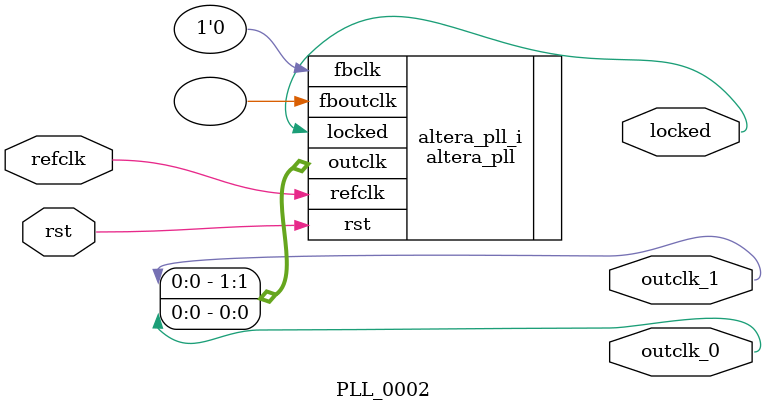
<source format=v>
`timescale 1ns/10ps
module  PLL_0002(

	// interface 'refclk'
	input wire refclk,

	// interface 'reset'
	input wire rst,

	// interface 'outclk0'
	output wire outclk_0,

	// interface 'outclk1'
	output wire outclk_1,

	// interface 'locked'
	output wire locked
);

	altera_pll #(
		.fractional_vco_multiplier("false"),
		.reference_clock_frequency("50.0 MHz"),
		.operation_mode("direct"),
		.number_of_clocks(2),
		.output_clock_frequency0("25.000000 MHz"),
		.phase_shift0("0 ps"),
		.duty_cycle0(50),
		.output_clock_frequency1("25.000000 MHz"),
		.phase_shift1("0 ps"),
		.duty_cycle1(50),
		.output_clock_frequency2("0 MHz"),
		.phase_shift2("0 ps"),
		.duty_cycle2(50),
		.output_clock_frequency3("0 MHz"),
		.phase_shift3("0 ps"),
		.duty_cycle3(50),
		.output_clock_frequency4("0 MHz"),
		.phase_shift4("0 ps"),
		.duty_cycle4(50),
		.output_clock_frequency5("0 MHz"),
		.phase_shift5("0 ps"),
		.duty_cycle5(50),
		.output_clock_frequency6("0 MHz"),
		.phase_shift6("0 ps"),
		.duty_cycle6(50),
		.output_clock_frequency7("0 MHz"),
		.phase_shift7("0 ps"),
		.duty_cycle7(50),
		.output_clock_frequency8("0 MHz"),
		.phase_shift8("0 ps"),
		.duty_cycle8(50),
		.output_clock_frequency9("0 MHz"),
		.phase_shift9("0 ps"),
		.duty_cycle9(50),
		.output_clock_frequency10("0 MHz"),
		.phase_shift10("0 ps"),
		.duty_cycle10(50),
		.output_clock_frequency11("0 MHz"),
		.phase_shift11("0 ps"),
		.duty_cycle11(50),
		.output_clock_frequency12("0 MHz"),
		.phase_shift12("0 ps"),
		.duty_cycle12(50),
		.output_clock_frequency13("0 MHz"),
		.phase_shift13("0 ps"),
		.duty_cycle13(50),
		.output_clock_frequency14("0 MHz"),
		.phase_shift14("0 ps"),
		.duty_cycle14(50),
		.output_clock_frequency15("0 MHz"),
		.phase_shift15("0 ps"),
		.duty_cycle15(50),
		.output_clock_frequency16("0 MHz"),
		.phase_shift16("0 ps"),
		.duty_cycle16(50),
		.output_clock_frequency17("0 MHz"),
		.phase_shift17("0 ps"),
		.duty_cycle17(50),
		.pll_type("General"),
		.pll_subtype("General")
	) altera_pll_i (
		.rst	(rst),
		.outclk	({outclk_1, outclk_0}),
		.locked	(locked),
		.fboutclk	( ),
		.fbclk	(1'b0),
		.refclk	(refclk)
	);
endmodule


</source>
